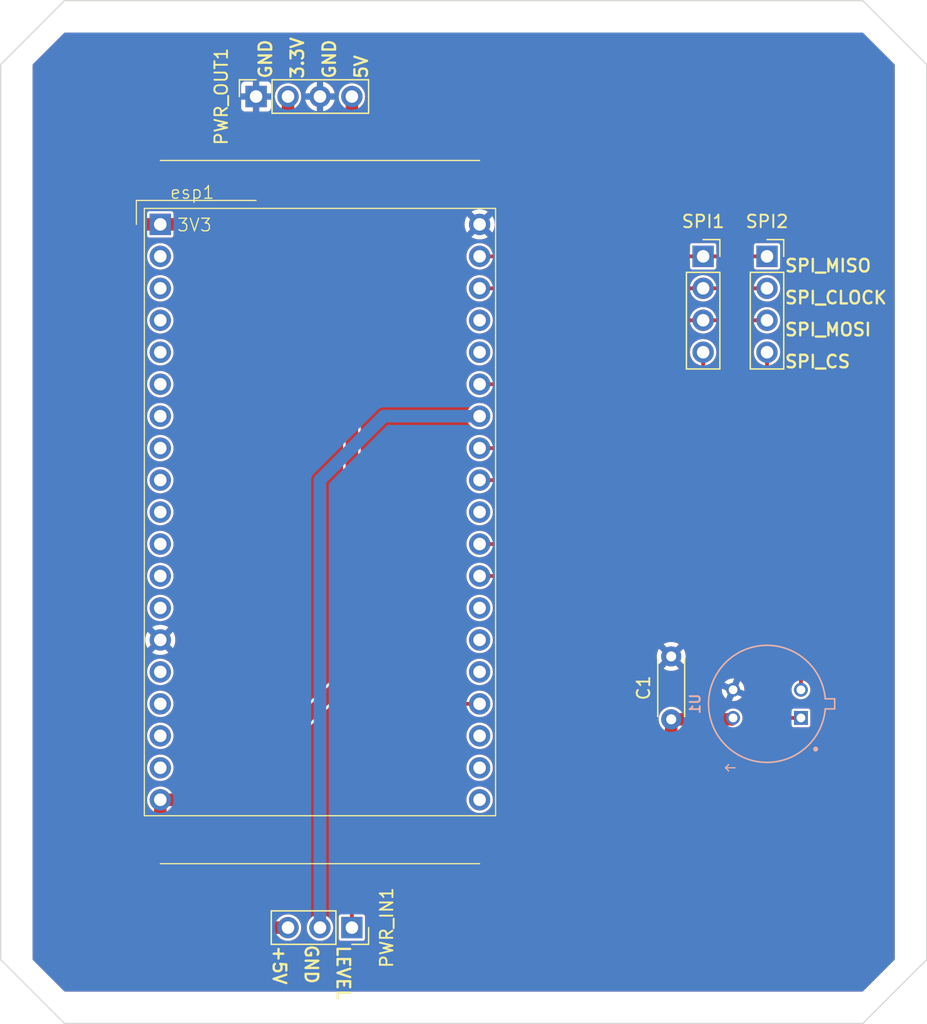
<source format=kicad_pcb>
(kicad_pcb (version 20221018) (generator pcbnew)
  (layers (0 "F.Cu" signal) (31 "B.Cu" signal) (34 "B.Paste" user) (35 "F.Paste" user) (36 "B.SilkS" user "B.Silkscreen") (37 "F.SilkS" user "F.Silkscreen") (38 "B.Mask" user) (39 "F.Mask" user) (44 "Edge.Cuts" user))
  (net 0 "")
  (net 1 "+3.3V")
  (net 2 "MLX_SCL")
  (net 3 "MLX_SDA")
  (net 4 "BatteryLevel")
  (net 5 "GND1")
  (net 6 "+5V")
  (net 30 "SPI_MISO")
  (net 31 "SPI_MOSI")
  (net 32 "SPI_CLOCK")
  (net 33 "SPI_CS2")
  (net 34 "SPI_CS1")
  (net 36 "GND")
  (footprint "Connector_PinSocket_2.54mm:PinSocket_1x04_P2.54mm_Vertical" (layer "F.Cu") (at 134.62 53.34 90)
    (fp_text reference "PWR_OUT1" (at 0 -2.77 90) (layer "F.SilkS"))
    (fp_text value "PowerOut")
    (fp_line (start -1.33 1.27) (end -1.33 8.95) (stroke (width 0.12)) (layer "F.SilkS"))
    (fp_line (start -1.33 1.27) (end 1.33 1.27) (stroke (width 0.12)) (layer "F.SilkS"))
    (fp_line (start -1.33 8.95) (end 1.33 8.95) (stroke (width 0.12)) (layer "F.SilkS"))
    (fp_line (start 0 -1.33) (end 1.33 -1.33) (stroke (width 0.12)) (layer "F.SilkS"))
    (fp_line (start 1.33 -1.33) (end 1.33 0) (stroke (width 0.12)) (layer "F.SilkS"))
    (fp_line (start 1.33 1.27) (end 1.33 8.95) (stroke (width 0.12)) (layer "F.SilkS"))
    (pad "1" thru_hole rect (at 0 0 90) (size 1.7 1.7) (drill 1) (layers "*.Cu" "*.Mask") (net 36 "GND"))
    (pad "2" thru_hole oval (at 0 2.54 90) (size 1.7 1.7) (drill 1) (layers "*.Cu" "*.Mask") (net 1 "+3.3V"))
    (pad "3" thru_hole oval (at 0 5.08 90) (size 1.7 1.7) (drill 1) (layers "*.Cu" "*.Mask") (net 36 "GND"))
    (pad "4" thru_hole oval (at 0 7.62 90) (size 1.7 1.7) (drill 1) (layers "*.Cu" "*.Mask") (net 6 "+5V"))
  )
  (footprint "Connector_PinSocket_2.54mm:PinSocket_1x04_P2.54mm_Vertical" (layer "F.Cu") (at 170.18 66.04)
    (fp_text reference "SPI1" (at 0 -2.77) (layer "F.SilkS"))
    (fp_text value "SPI1")
    (fp_line (start -1.33 1.27) (end -1.33 8.95) (stroke (width 0.12)) (layer "F.SilkS"))
    (fp_line (start -1.33 1.27) (end 1.33 1.27) (stroke (width 0.12)) (layer "F.SilkS"))
    (fp_line (start -1.33 8.95) (end 1.33 8.95) (stroke (width 0.12)) (layer "F.SilkS"))
    (fp_line (start 0 -1.33) (end 1.33 -1.33) (stroke (width 0.12)) (layer "F.SilkS"))
    (fp_line (start 1.33 -1.33) (end 1.33 0) (stroke (width 0.12)) (layer "F.SilkS"))
    (fp_line (start 1.33 1.27) (end 1.33 8.95) (stroke (width 0.12)) (layer "F.SilkS"))
    (pad "1" thru_hole rect (at 0 0) (size 1.7 1.7) (drill 1) (layers "*.Cu" "*.Mask") (net 30 "SPI_MISO"))
    (pad "2" thru_hole oval (at 0 2.54) (size 1.7 1.7) (drill 1) (layers "*.Cu" "*.Mask") (net 32 "SPI_CLOCK"))
    (pad "3" thru_hole oval (at 0 5.08) (size 1.7 1.7) (drill 1) (layers "*.Cu" "*.Mask") (net 31 "SPI_MOSI"))
    (pad "4" thru_hole oval (at 0 7.62) (size 1.7 1.7) (drill 1) (layers "*.Cu" "*.Mask") (net 34 "SPI_CS1"))
  )
  (footprint "Connector_PinSocket_2.54mm:PinSocket_1x04_P2.54mm_Vertical" (layer "F.Cu") (at 175.26 66.04)
    (fp_text reference "SPI2" (at 0 -2.77) (layer "F.SilkS"))
    (fp_text value "SPI2")
    (fp_line (start -1.33 1.27) (end -1.33 8.95) (stroke (width 0.12)) (layer "F.SilkS"))
    (fp_line (start -1.33 1.27) (end 1.33 1.27) (stroke (width 0.12)) (layer "F.SilkS"))
    (fp_line (start -1.33 8.95) (end 1.33 8.95) (stroke (width 0.12)) (layer "F.SilkS"))
    (fp_line (start 0 -1.33) (end 1.33 -1.33) (stroke (width 0.12)) (layer "F.SilkS"))
    (fp_line (start 1.33 -1.33) (end 1.33 0) (stroke (width 0.12)) (layer "F.SilkS"))
    (fp_line (start 1.33 1.27) (end 1.33 8.95) (stroke (width 0.12)) (layer "F.SilkS"))
    (pad "1" thru_hole rect (at 0 0) (size 1.7 1.7) (drill 1) (layers "*.Cu" "*.Mask") (net 30 "SPI_MISO"))
    (pad "2" thru_hole oval (at 0 2.54) (size 1.7 1.7) (drill 1) (layers "*.Cu" "*.Mask") (net 32 "SPI_CLOCK"))
    (pad "3" thru_hole oval (at 0 5.08) (size 1.7 1.7) (drill 1) (layers "*.Cu" "*.Mask") (net 31 "SPI_MOSI"))
    (pad "4" thru_hole oval (at 0 7.62) (size 1.7 1.7) (drill 1) (layers "*.Cu" "*.Mask") (net 33 "SPI_CS2"))
  )
  (footprint "Library:AZdelivery_nodemcu_esp32" (layer "F.Cu") (at 139.7 83.82)
    (fp_text reference "esp1" (at -10.16 -22.86 unlocked) (layer "F.SilkS") (effects (font (thickness 0.1))))
    (fp_text value "~")
    (fp_text user "3V3" (at -11.43 -19.685 unlocked) (layer "F.SilkS") (effects (font (thickness 0.1)) (justify left bottom)))
    (fp_line (start -14.605 -22.225) (end -14.605 -20.32) (stroke (width 0.1)) (layer "F.SilkS"))
    (fp_line (start -13.97 -21.59) (end -13.97 26.67) (stroke (width 0.1)) (layer "F.SilkS"))
    (fp_line (start -13.97 26.67) (end 13.97 26.67) (stroke (width 0.1)) (layer "F.SilkS"))
    (fp_line (start -5.08 -22.225) (end -14.605 -22.225) (stroke (width 0.1)) (layer "F.SilkS"))
    (fp_line (start 12.7 -25.4) (end -12.7 -25.4) (stroke (width 0.1)) (layer "F.SilkS"))
    (fp_line (start 12.7 30.48) (end -12.7 30.48) (stroke (width 0.1)) (layer "F.SilkS"))
    (fp_line (start 13.97 -21.59) (end -13.97 -21.59) (stroke (width 0.1)) (layer "F.SilkS"))
    (fp_line (start 13.97 26.67) (end 13.97 -21.59) (stroke (width 0.1)) (layer "F.SilkS"))
    (pad "1" thru_hole rect (at -12.7 -20.32) (size 1.7 1.7) (drill 1) (layers "*.Cu" "*.Mask") (net 1 "+3.3V"))
    (pad "2" thru_hole circle (at -12.7 -17.78) (size 1.7 1.7) (drill 1) (layers "*.Cu" "*.Mask"))
    (pad "3" thru_hole circle (at -12.7 -15.24) (size 1.7 1.7) (drill 1) (layers "*.Cu" "*.Mask"))
    (pad "4" thru_hole circle (at -12.7 -12.7) (size 1.7 1.7) (drill 1) (layers "*.Cu" "*.Mask"))
    (pad "5" thru_hole circle (at -12.7 -10.16) (size 1.7 1.7) (drill 1) (layers "*.Cu" "*.Mask"))
    (pad "6" thru_hole circle (at -12.7 -7.62) (size 1.7 1.7) (drill 1) (layers "*.Cu" "*.Mask"))
    (pad "7" thru_hole circle (at -12.7 -5.08) (size 1.7 1.7) (drill 1) (layers "*.Cu" "*.Mask"))
    (pad "8" thru_hole circle (at -12.7 -2.54) (size 1.7 1.7) (drill 1) (layers "*.Cu" "*.Mask"))
    (pad "9" thru_hole circle (at -12.7 0) (size 1.7 1.7) (drill 1) (layers "*.Cu" "*.Mask"))
    (pad "10" thru_hole circle (at -12.7 2.54) (size 1.7 1.7) (drill 1) (layers "*.Cu" "*.Mask"))
    (pad "11" thru_hole circle (at -12.7 5.08) (size 1.7 1.7) (drill 1) (layers "*.Cu" "*.Mask"))
    (pad "12" thru_hole circle (at -12.7 7.62) (size 1.7 1.7) (drill 1) (layers "*.Cu" "*.Mask"))
    (pad "13" thru_hole circle (at -12.7 10.16) (size 1.7 1.7) (drill 1) (layers "*.Cu" "*.Mask"))
    (pad "14" thru_hole circle (at -12.7 12.7) (size 1.7 1.7) (drill 1) (layers "*.Cu" "*.Mask") (net 36 "GND"))
    (pad "15" thru_hole circle (at -12.7 15.24) (size 1.7 1.7) (drill 1) (layers "*.Cu" "*.Mask"))
    (pad "16" thru_hole circle (at -12.7 17.78) (size 1.7 1.7) (drill 1) (layers "*.Cu" "*.Mask"))
    (pad "17" thru_hole circle (at -12.7 20.32) (size 1.7 1.7) (drill 1) (layers "*.Cu" "*.Mask"))
    (pad "18" thru_hole circle (at -12.7 22.86) (size 1.7 1.7) (drill 1) (layers "*.Cu" "*.Mask"))
    (pad "19" thru_hole circle (at -12.7 25.4) (size 1.7 1.7) (drill 1) (layers "*.Cu" "*.Mask") (net 6 "+5V"))
    (pad "20" thru_hole circle (at 12.7 -20.32) (size 1.7 1.7) (drill 1) (layers "*.Cu" "*.Mask") (net 36 "GND"))
    (pad "21" thru_hole circle (at 12.7 -17.78) (size 1.7 1.7) (drill 1) (layers "*.Cu" "*.Mask") (net 30 "SPI_MISO"))
    (pad "22" thru_hole circle (at 12.7 -15.24) (size 1.7 1.7) (drill 1) (layers "*.Cu" "*.Mask") (net 32 "SPI_CLOCK"))
    (pad "23" thru_hole circle (at 12.7 -12.7) (size 1.7 1.7) (drill 1) (layers "*.Cu" "*.Mask"))
    (pad "24" thru_hole circle (at 12.7 -10.16) (size 1.7 1.7) (drill 1) (layers "*.Cu" "*.Mask"))
    (pad "25" thru_hole circle (at 12.7 -7.62) (size 1.7 1.7) (drill 1) (layers "*.Cu" "*.Mask") (net 31 "SPI_MOSI"))
    (pad "26" thru_hole circle (at 12.7 -5.08) (size 1.7 1.7) (drill 1) (layers "*.Cu" "*.Mask") (net 5 "GND1"))
    (pad "27" thru_hole circle (at 12.7 -2.54) (size 1.7 1.7) (drill 1) (layers "*.Cu" "*.Mask") (net 34 "SPI_CS1"))
    (pad "28" thru_hole circle (at 12.7 0) (size 1.7 1.7) (drill 1) (layers "*.Cu" "*.Mask") (net 33 "SPI_CS2"))
    (pad "29" thru_hole circle (at 12.7 2.54) (size 1.7 1.7) (drill 1) (layers "*.Cu" "*.Mask"))
    (pad "30" thru_hole circle (at 12.7 5.08) (size 1.7 1.7) (drill 1) (layers "*.Cu" "*.Mask") (net 3 "MLX_SDA"))
    (pad "31" thru_hole circle (at 12.7 7.62) (size 1.7 1.7) (drill 1) (layers "*.Cu" "*.Mask") (net 2 "MLX_SCL"))
    (pad "32" thru_hole circle (at 12.7 10.16) (size 1.7 1.7) (drill 1) (layers "*.Cu" "*.Mask"))
    (pad "33" thru_hole circle (at 12.7 12.7) (size 1.7 1.7) (drill 1) (layers "*.Cu" "*.Mask"))
    (pad "34" thru_hole circle (at 12.7 15.24) (size 1.7 1.7) (drill 1) (layers "*.Cu" "*.Mask"))
    (pad "35" thru_hole circle (at 12.7 17.78) (size 1.7 1.7) (drill 1) (layers "*.Cu" "*.Mask") (net 4 "BatteryLevel"))
    (pad "36" thru_hole circle (at 12.7 20.32) (size 1.7 1.7) (drill 1) (layers "*.Cu" "*.Mask"))
    (pad "37" thru_hole circle (at 12.7 22.86) (size 1.7 1.7) (drill 1) (layers "*.Cu" "*.Mask"))
    (pad "38" thru_hole circle (at 12.7 25.4) (size 1.7 1.7) (drill 1) (layers "*.Cu" "*.Mask"))
  )
  (footprint "Connector_PinSocket_2.54mm:PinSocket_1x03_P2.54mm_Vertical" (layer "F.Cu") (at 142.24 119.38 -90)
    (fp_text reference "PWR_IN1" (at 0 -2.77 -90) (layer "F.SilkS"))
    (fp_text value "Battery")
    (fp_line (start -1.33 1.27) (end -1.33 6.41) (stroke (width 0.12)) (layer "F.SilkS"))
    (fp_line (start -1.33 1.27) (end 1.33 1.27) (stroke (width 0.12)) (layer "F.SilkS"))
    (fp_line (start -1.33 6.41) (end 1.33 6.41) (stroke (width 0.12)) (layer "F.SilkS"))
    (fp_line (start 0 -1.33) (end 1.33 -1.33) (stroke (width 0.12)) (layer "F.SilkS"))
    (fp_line (start 1.33 -1.33) (end 1.33 0) (stroke (width 0.12)) (layer "F.SilkS"))
    (fp_line (start 1.33 1.27) (end 1.33 6.41) (stroke (width 0.12)) (layer "F.SilkS"))
    (pad "1" thru_hole rect (at 0 0 270) (size 1.7 1.7) (drill 1) (layers "*.Cu" "*.Mask") (net 4 "BatteryLevel"))
    (pad "2" thru_hole oval (at 0 2.54 270) (size 1.7 1.7) (drill 1) (layers "*.Cu" "*.Mask") (net 5 "GND1"))
    (pad "3" thru_hole oval (at 0 5.08 270) (size 1.7 1.7) (drill 1) (layers "*.Cu" "*.Mask") (net 6 "+5V"))
  )
  (footprint "Capacitor_THT:C_Disc_D4.3mm_W1.9mm_P5.00mm" (layer "F.Cu") (at 167.64 102.83 90)
    (fp_text reference "C1" (at 2.5 -2.2 90) (layer "F.SilkS"))
    (fp_text value "C_Polarized")
    (fp_line (start 0.23 -1.07) (end 0.23 -1.055) (stroke (width 0.12)) (layer "F.SilkS"))
    (fp_line (start 0.23 -1.07) (end 4.77 -1.07) (stroke (width 0.12)) (layer "F.SilkS"))
    (fp_line (start 0.23 1.055) (end 0.23 1.07) (stroke (width 0.12)) (layer "F.SilkS"))
    (fp_line (start 0.23 1.07) (end 4.77 1.07) (stroke (width 0.12)) (layer "F.SilkS"))
    (fp_line (start 4.77 -1.07) (end 4.77 -1.055) (stroke (width 0.12)) (layer "F.SilkS"))
    (fp_line (start 4.77 1.055) (end 4.77 1.07) (stroke (width 0.12)) (layer "F.SilkS"))
    (pad "1" thru_hole circle (at 0 0 90) (size 1.6 1.6) (drill 0.8) (layers "*.Cu" "*.Mask") (net 1 "+3.3V"))
    (pad "2" thru_hole circle (at 5 0 90) (size 1.6 1.6) (drill 0.8) (layers "*.Cu" "*.Mask") (net 36 "GND"))
  )
  (footprint "Library:TO292P930H600-4" (layer "B.Cu") (at 175.26 101.6 -90)
    (fp_text reference "U1" (at 0 5.715 90) (layer "B.SilkS") (effects (font (size 0.8 0.8)) (justify mirror)))
    (fp_text value "MLX90621ESF-BAB-000-SP")
    (fp_line (start -0.400003 -5.379993) (end 0.400001 -5.380002) (stroke (width 0.127)) (layer "B.SilkS"))
    (fp_line (start -0.400002 -4.6335) (end -0.400003 -5.379993) (stroke (width 0.127)) (layer "B.SilkS"))
    (fp_line (start 0.400001 -5.380002) (end 0.399996 -4.633496) (stroke (width 0.127)) (layer "B.SilkS"))
    (fp_line (start 4.826 3.048) (end 5.08 3.302) (stroke (width 0.1)) (layer "B.SilkS"))
    (fp_line (start 5.08 2.54) (end 5.08 3.302) (stroke (width 0.1)) (layer "B.SilkS"))
    (fp_line (start 5.08 3.302) (end 5.334 3.048) (stroke (width 0.1)) (layer "B.SilkS"))
    (fp_arc (start -4.649997 0.000007) (mid -3.426625 -3.143745) (end -0.400002 -4.6335) (stroke (width 0.127)) (layer "B.SilkS"))
    (fp_arc (start 0.000008 4.649997) (mid -3.288039 3.28805) (end -4.649997 0.000008) (stroke (width 0.127)) (layer "B.SilkS"))
    (fp_arc (start 0.399995 -4.633496) (mid 3.426522 -3.143664) (end 4.649997 -0.000008) (stroke (width 0.127)) (layer "B.SilkS"))
    (fp_arc (start 4.649997 -0.000008) (mid 3.28805 3.288039) (end 0.000008 4.649997) (stroke (width 0.127)) (layer "B.SilkS"))
    (fp_circle (center 3.592718 -3.869415) (end 3.50033 -3.831147) (stroke (width 0.2)) (fill none) (layer "B.SilkS"))
    (pad "1" thru_hole rect (at 1.117434 -2.697725 90) (size 1.1 1.1) (drill 0.7) (layers "*.Cu" "*.Mask") (net 2 "MLX_SCL"))
    (pad "2" thru_hole circle (at -1.117436 -2.697728 112.5) (size 1.1 1.1) (drill 0.7) (layers "*.Cu" "*.Mask") (net 3 "MLX_SDA"))
    (pad "3" thru_hole circle (at 1.117436 2.697728 112.5) (size 1.1 1.1) (drill 0.7) (layers "*.Cu" "*.Mask") (net 1 "+3.3V"))
    (pad "4" thru_hole circle (at -1.117434 2.697725 112.5) (size 1.1 1.1) (drill 0.7) (layers "*.Cu" "*.Mask") (net 36 "GND"))
  )
  (gr_line (start 187.96 121.92) (end 187.96 50.8) (stroke (width 0.1)) (layer "Edge.Cuts"))
  (gr_line (start 182.88 45.72) (end 119.38 45.72) (stroke (width 0.1)) (layer "Edge.Cuts"))
  (gr_line (start 182.88 127) (end 187.96 121.92) (stroke (width 0.1)) (layer "Edge.Cuts"))
  (gr_line (start 119.38 45.72) (end 114.3 50.8) (stroke (width 0.1)) (layer "Edge.Cuts"))
  (gr_line (start 119.38 127) (end 182.88 127) (stroke (width 0.1)) (layer "Edge.Cuts"))
  (gr_line (start 114.3 50.8) (end 114.3 121.92) (stroke (width 0.1)) (layer "Edge.Cuts"))
  (gr_line (start 114.3 121.92) (end 119.38 127) (stroke (width 0.1)) (layer "Edge.Cuts"))
  (gr_line (start 187.96 50.8) (end 182.88 45.72) (stroke (width 0.1)) (layer "Edge.Cuts"))
  (gr_text "SPI_CLOCK" (at 176.59 69.91) (layer "F.SilkS") (effects (font (size 1 1) (thickness 0.1875)) (justify left bottom)))
  (gr_text "SPI_CS" (at 176.59 74.99) (layer "F.SilkS") (effects (font (size 1 1) (thickness 0.1875)) (justify left bottom)))
  (gr_text "SPI_MISO" (at 176.59 67.37) (layer "F.SilkS") (effects (font (size 1 1) (thickness 0.1875)) (justify left bottom)))
  (gr_text "LEVEL" (at 140.97 120.71 -90) (layer "F.SilkS") (effects (font (size 1 1) (thickness 0.1875)) (justify left bottom)))
  (gr_text "GND" (at 135.95 52.01 90) (layer "F.SilkS") (effects (font (size 1 1) (thickness 0.1875) bold) (justify left bottom)))
  (gr_text "5V" (at 143.57 52.01 90) (layer "F.SilkS") (effects (font (size 1 1) (thickness 0.1875) bold) (justify left bottom)))
  (gr_text "+5V" (at 135.89 120.71 -90) (layer "F.SilkS") (effects (font (size 1 1) (thickness 0.1875)) (justify left bottom)))
  (gr_text "SPI_MOSI" (at 176.59 72.45) (layer "F.SilkS") (effects (font (size 1 1) (thickness 0.1875)) (justify left bottom)))
  (gr_text "GND" (at 138.43 120.65 -90) (layer "F.SilkS") (effects (font (size 1 1) (thickness 0.1875)) (justify left bottom)))
  (gr_text "3.3V" (at 138.49 52.01 90) (layer "F.SilkS") (effects (font (size 1 1) (thickness 0.1875) bold) (justify left bottom)))
  (gr_text "GND" (at 141.03 52.01 90) (layer "F.SilkS") (effects (font (size 1 1) (thickness 0.1875) bold) (justify left bottom)))
  (segment (start 134.62 63.5) (end 137.16 60.96) (width 1) (layer "F.Cu") (net 1))
  (segment (start 121.92 114.3) (end 130.81 123.19) (width 1) (layer "F.Cu") (net 1))
  (segment (start 127 63.5) (end 127 63.664934) (width 1) (layer "F.Cu") (net 1))
  (segment (start 167.64 114.3) (end 167.64 102.83) (width 1) (layer "F.Cu") (net 1))
  (segment (start 124.46 63.5) (end 121.92 66.04) (width 1) (layer "F.Cu") (net 1))
  (segment (start 130.81 123.19) (end 158.75 123.19) (width 1) (layer "F.Cu") (net 1))
  (segment (start 127 63.5) (end 132.08 63.5) (width 1) (layer "F.Cu") (net 1))
  (segment (start 137.16 60.96) (end 137.16 53.34) (width 1) (layer "F.Cu") (net 1))
  (segment (start 121.92 66.04) (end 121.92 114.3) (width 1) (layer "F.Cu") (net 1))
  (segment (start 167.64 102.83) (end 172.449708 102.83) (width 1) (layer "F.Cu") (net 1))
  (segment (start 132.08 63.5) (end 134.62 63.5) (width 1) (layer "F.Cu") (net 1))
  (segment (start 127 63.5) (end 124.46 63.5) (width 1) (layer "F.Cu") (net 1))
  (segment (start 158.75 123.19) (end 167.64 114.3) (width 1) (layer "F.Cu") (net 1))
  (segment (start 172.449708 102.83) (end 172.562272 102.717436) (width 1) (layer "F.Cu") (net 1))
  (segment (start 165.47 91.986896) (end 165.47 91.74) (width 0.3) (layer "F.Cu") (net 2))
  (segment (start 164.27 91.986875) (end 164.27 91.74) (width 0.3) (layer "F.Cu") (net 2))
  (segment (start 166.07 91.74) (end 166.07 91.986896) (width 0.3) (layer "F.Cu") (net 2))
  (segment (start 163.97 91.44) (end 161.536682 91.44) (width 0.3) (layer "F.Cu") (net 2))
  (segment (start 175.26 101.6) (end 175.26 95.25) (width 0.3) (layer "F.Cu") (net 2))
  (segment (start 165.47 91.74) (end 165.47 90.893104) (width 0.3) (layer "F.Cu") (net 2))
  (segment (start 161.536682 91.44) (end 152.4 91.44) (width 0.3) (layer "F.Cu") (net 2))
  (segment (start 177.957725 102.717434) (end 176.377434 102.717434) (width 0.3) (layer "F.Cu") (net 2))
  (segment (start 164.87 91.44) (end 164.87 91.986875) (width 0.3) (layer "F.Cu") (net 2))
  (segment (start 164.87 90.893104) (end 164.87 91.44) (width 0.3) (layer "F.Cu") (net 2))
  (segment (start 176.377434 102.717434) (end 175.26 101.6) (width 0.3) (layer "F.Cu") (net 2))
  (segment (start 171.45 91.44) (end 166.37 91.44) (width 0.3) (layer "F.Cu") (net 2))
  (segment (start 175.26 95.25) (end 171.45 91.44) (width 0.3) (layer "F.Cu") (net 2))
  (arc (start 164.87 91.986875) (mid 164.782132 92.199007) (end 164.57 92.286875) (width 0.3) (layer "F.Cu") (net 2))
  (arc (start 164.57 92.286875) (mid 164.357868 92.199007) (end 164.27 91.986875) (width 0.3) (layer "F.Cu") (net 2))
  (arc (start 166.37 91.44) (mid 166.157868 91.527868) (end 166.07 91.74) (width 0.3) (layer "F.Cu") (net 2))
  (arc (start 165.47 90.893104) (mid 165.382132 90.680972) (end 165.17 90.593104) (width 0.3) (layer "F.Cu") (net 2))
  (arc (start 165.17 90.593104) (mid 164.957868 90.680972) (end 164.87 90.893104) (width 0.3) (layer "F.Cu") (net 2))
  (arc (start 165.77 92.286896) (mid 165.557868 92.199028) (end 165.47 91.986896) (width 0.3) (layer "F.Cu") (net 2))
  (arc (start 164.27 91.74) (mid 164.182132 91.527868) (end 163.97 91.44) (width 0.3) (layer "F.Cu") (net 2))
  (arc (start 166.07 91.986896) (mid 165.982132 92.199028) (end 165.77 92.286896) (width 0.3) (layer "F.Cu") (net 2))
  (segment (start 177.957728 100.482564) (end 177.957728 94.137728) (width 0.3) (layer "F.Cu") (net 3))
  (segment (start 164.27 89.426324) (end 164.27 89.2) (width 0.3) (layer "F.Cu") (net 3))
  (segment (start 165.47 89.2) (end 165.47 88.373655) (width 0.3) (layer "F.Cu") (net 3))
  (segment (start 172.72 88.9) (end 166.37 88.9) (width 0.3) (layer "F.Cu") (net 3))
  (segment (start 163.97 88.9) (end 160.796634 88.9) (width 0.3) (layer "F.Cu") (net 3))
  (segment (start 177.957728 94.137728) (end 172.72 88.9) (width 0.3) (layer "F.Cu") (net 3))
  (segment (start 164.87 88.373655) (end 164.87 88.9) (width 0.3) (layer "F.Cu") (net 3))
  (segment (start 164.87 88.9) (end 164.87 89.426324) (width 0.3) (layer "F.Cu") (net 3))
  (segment (start 160.796634 88.9) (end 152.4 88.9) (width 0.3) (layer "F.Cu") (net 3))
  (segment (start 166.07 89.2) (end 166.07 89.426345) (width 0.3) (layer "F.Cu") (net 3))
  (segment (start 165.47 89.426345) (end 165.47 89.2) (width 0.3) (layer "F.Cu") (net 3))
  (arc (start 166.37 88.9) (mid 166.157868 88.987868) (end 166.07 89.2) (width 0.3) (layer "F.Cu") (net 3))
  (arc (start 166.07 89.426345) (mid 165.982132 89.638477) (end 165.77 89.726345) (width 0.3) (layer "F.Cu") (net 3))
  (arc (start 164.87 89.426324) (mid 164.782132 89.638456) (end 164.57 89.726324) (width 0.3) (layer "F.Cu") (net 3))
  (arc (start 165.47 88.373655) (mid 165.382132 88.161523) (end 165.17 88.073655) (width 0.3) (layer "F.Cu") (net 3))
  (arc (start 165.17 88.073655) (mid 164.957868 88.161523) (end 164.87 88.373655) (width 0.3) (layer "F.Cu") (net 3))
  (arc (start 165.77 89.726345) (mid 165.557868 89.638477) (end 165.47 89.426345) (width 0.3) (layer "F.Cu") (net 3))
  (arc (start 164.57 89.726324) (mid 164.357868 89.638456) (end 164.27 89.426324) (width 0.3) (layer "F.Cu") (net 3))
  (arc (start 164.27 89.2) (mid 164.182132 88.987868) (end 163.97 88.9) (width 0.3) (layer "F.Cu") (net 3))
  (segment (start 142.24 119.38) (end 142.24 105.41) (width 0.3) (layer "F.Cu") (net 4))
  (segment (start 142.24 105.41) (end 146.05 101.6) (width 0.3) (layer "F.Cu") (net 4))
  (segment (start 146.05 101.6) (end 152.4 101.6) (width 0.3) (layer "F.Cu") (net 4))
  (segment (start 139.7 83.82) (end 139.7 119.38) (width 1) (layer "B.Cu") (net 5))
  (segment (start 152.4 78.74) (end 144.78 78.74) (width 1) (layer "B.Cu") (net 5))
  (segment (start 144.78 78.74) (end 139.7 83.82) (width 1) (layer "B.Cu") (net 5))
  (segment (start 137.16 119.38) (end 132.08 119.38) (width 1) (layer "F.Cu") (net 6))
  (segment (start 127 109.22) (end 132.08 109.22) (width 1) (layer "F.Cu") (net 6))
  (segment (start 142.24 99.06) (end 142.24 53.34) (width 1) (layer "F.Cu") (net 6))
  (segment (start 132.08 119.38) (end 127 114.3) (width 1) (layer "F.Cu") (net 6))
  (segment (start 127 114.3) (end 127 109.22) (width 1) (layer "F.Cu") (net 6))
  (segment (start 132.08 109.22) (end 142.24 99.06) (width 1) (layer "F.Cu") (net 6))
  (segment (start 160.46 64.10215) (end 160.46 64.77) (width 0.3) (layer "F.Cu") (net 30))
  (segment (start 159.26 64.77) (end 159.26 65.437853) (width 0.3) (layer "F.Cu") (net 30))
  (segment (start 161.06 65.437851) (end 161.06 64.77) (width 0.3) (layer "F.Cu") (net 30))
  (segment (start 156.21 64.77) (end 154.94 66.04) (width 0.3) (layer "F.Cu") (net 30))
  (segment (start 175.26 66.04) (end 170.18 66.04) (width 0.3) (layer "F.Cu") (net 30))
  (segment (start 159.26 64.10215) (end 159.26 64.77) (width 0.3) (layer "F.Cu") (net 30))
  (segment (start 154.94 66.04) (end 152.4 66.04) (width 0.3) (layer "F.Cu") (net 30))
  (segment (start 159.86 64.77) (end 159.86 64.10215) (width 0.3) (layer "F.Cu") (net 30))
  (segment (start 162.26 64.47) (end 162.26 64.10215) (width 0.3) (layer "F.Cu") (net 30))
  (segment (start 161.06 64.77) (end 161.06 64.10215) (width 0.3) (layer "F.Cu") (net 30))
  (segment (start 159.86 65.437851) (end 159.86 64.77) (width 0.3) (layer "F.Cu") (net 30))
  (segment (start 158.66 64.77) (end 158.66 64.10215) (width 0.3) (layer "F.Cu") (net 30))
  (segment (start 157.46 65.437859) (end 157.46 65.07) (width 0.3) (layer "F.Cu") (net 30))
  (segment (start 160.46 64.77) (end 160.46 65.437851) (width 0.3) (layer "F.Cu") (net 30))
  (segment (start 165.1 66.04) (end 163.83 64.77) (width 0.3) (layer "F.Cu") (net 30))
  (segment (start 158.06 64.77) (end 158.06 65.437859) (width 0.3) (layer "F.Cu") (net 30))
  (segment (start 170.18 66.04) (end 165.1 66.04) (width 0.3) (layer "F.Cu") (net 30))
  (segment (start 163.83 64.77) (end 162.56 64.77) (width 0.3) (layer "F.Cu") (net 30))
  (segment (start 161.66 64.47) (end 161.66 65.437851) (width 0.3) (layer "F.Cu") (net 30))
  (segment (start 158.66 65.437853) (end 158.66 64.77) (width 0.3) (layer "F.Cu") (net 30))
  (segment (start 161.66 64.10215) (end 161.66 64.47) (width 0.3) (layer "F.Cu") (net 30))
  (segment (start 157.16 64.77) (end 156.21 64.77) (width 0.3) (layer "F.Cu") (net 30))
  (segment (start 158.06 64.10215) (end 158.06 64.77) (width 0.3) (layer "F.Cu") (net 30))
  (arc (start 160.76 63.80215) (mid 160.547868 63.890018) (end 160.46 64.10215) (width 0.3) (layer "F.Cu") (net 30))
  (arc (start 158.06 65.437859) (mid 157.972132 65.649991) (end 157.76 65.737859) (width 0.3) (layer "F.Cu") (net 30))
  (arc (start 161.36 65.737851) (mid 161.147868 65.649983) (end 161.06 65.437851) (width 0.3) (layer "F.Cu") (net 30))
  (arc (start 158.96 65.737853) (mid 158.747868 65.649985) (end 158.66 65.437853) (width 0.3) (layer "F.Cu") (net 30))
  (arc (start 160.46 65.437851) (mid 160.372132 65.649983) (end 160.16 65.737851) (width 0.3) (layer "F.Cu") (net 30))
  (arc (start 157.46 65.07) (mid 157.372132 64.857868) (end 157.16 64.77) (width 0.3) (layer "F.Cu") (net 30))
  (arc (start 162.56 64.77) (mid 162.347868 64.682132) (end 162.26 64.47) (width 0.3) (layer "F.Cu") (net 30))
  (arc (start 157.76 65.737859) (mid 157.547868 65.649991) (end 157.46 65.437859) (width 0.3) (layer "F.Cu") (net 30))
  (arc (start 159.56 63.80215) (mid 159.347868 63.890018) (end 159.26 64.10215) (width 0.3) (layer "F.Cu") (net 30))
  (arc (start 158.36 63.80215) (mid 158.147868 63.890018) (end 158.06 64.10215) (width 0.3) (layer "F.Cu") (net 30))
  (arc (start 159.26 65.437853) (mid 159.172132 65.649985) (end 158.96 65.737853) (width 0.3) (layer "F.Cu") (net 30))
  (arc (start 160.16 65.737851) (mid 159.947868 65.649983) (end 159.86 65.437851) (width 0.3) (layer "F.Cu") (net 30))
  (arc (start 159.86 64.10215) (mid 159.772132 63.890018) (end 159.56 63.80215) (width 0.3) (layer "F.Cu") (net 30))
  (arc (start 161.66 65.437851) (mid 161.572132 65.649983) (end 161.36 65.737851) (width 0.3) (layer "F.Cu") (net 30))
  (arc (start 158.66 64.10215) (mid 158.572132 63.890018) (end 158.36 63.80215) (width 0.3) (layer "F.Cu") (net 30))
  (arc (start 161.96 63.80215) (mid 161.747868 63.890018) (end 161.66 64.10215) (width 0.3) (layer "F.Cu") (net 30))
  (arc (start 162.26 64.10215) (mid 162.172132 63.890018) (end 161.96 63.80215) (width 0.3) (layer "F.Cu") (net 30))
  (arc (start 161.06 64.10215) (mid 160.972132 63.890018) (end 160.76 63.80215) (width 0.3) (layer "F.Cu") (net 30))
  (segment (start 155.24 75.9) (end 155.24 75.597905) (width 0.3) (layer "F.Cu") (net 31))
  (segment (start 161.29 76.2) (end 166.37 71.12) (width 0.3) (layer "F.Cu") (net 31))
  (segment (start 160.34 76.2) (end 161.29 76.2) (width 0.3) (layer "F.Cu") (net 31))
  (segment (start 156.44 76.802095) (end 156.44 76.2) (width 0.3) (layer "F.Cu") (net 31))
  (segment (start 156.44 76.2) (end 156.44 75.597905) (width 0.3) (layer "F.Cu") (net 31))
  (segment (start 157.04 75.597905) (end 157.04 76.2) (width 0.3) (layer "F.Cu") (net 31))
  (segment (start 159.44 76.2) (end 159.44 76.802095) (width 0.3) (layer "F.Cu") (net 31))
  (segment (start 157.64 76.2) (end 157.64 75.597905) (width 0.3) (layer "F.Cu") (net 31))
  (segment (start 175.26 71.12) (end 170.18 71.12) (width 0.3) (layer "F.Cu") (net 31))
  (segment (start 159.44 75.597926) (end 159.44 76.2) (width 0.3) (layer "F.Cu") (net 31))
  (segment (start 160.04 76.802095) (end 160.04 76.5) (width 0.3) (layer "F.Cu") (net 31))
  (segment (start 157.04 76.2) (end 157.04 76.802095) (width 0.3) (layer "F.Cu") (net 31))
  (segment (start 166.37 71.12) (end 170.18 71.12) (width 0.3) (layer "F.Cu") (net 31))
  (segment (start 155.84 75.597905) (end 155.84 75.9) (width 0.3) (layer "F.Cu") (net 31))
  (segment (start 152.4 76.2) (end 154.94 76.2) (width 0.3) (layer "F.Cu") (net 31))
  (segment (start 158.24 75.597905) (end 158.24 76.2) (width 0.3) (layer "F.Cu") (net 31))
  (segment (start 158.24 76.2) (end 158.24 76.802095) (width 0.3) (layer "F.Cu") (net 31))
  (segment (start 158.84 76.2) (end 158.84 75.597926) (width 0.3) (layer "F.Cu") (net 31))
  (segment (start 157.64 76.802095) (end 157.64 76.2) (width 0.3) (layer "F.Cu") (net 31))
  (segment (start 158.84 76.802095) (end 158.84 76.2) (width 0.3) (layer "F.Cu") (net 31))
  (segment (start 155.84 75.9) (end 155.84 76.802095) (width 0.3) (layer "F.Cu") (net 31))
  (arc (start 157.04 76.802095) (mid 157.127868 77.014227) (end 157.34 77.102095) (width 0.3) (layer "F.Cu") (net 31))
  (arc (start 154.94 76.2) (mid 155.152132 76.112132) (end 155.24 75.9) (width 0.3) (layer "F.Cu") (net 31))
  (arc (start 158.24 76.802095) (mid 158.327868 77.014227) (end 158.54 77.102095) (width 0.3) (layer "F.Cu") (net 31))
  (arc (start 157.34 77.102095) (mid 157.552132 77.014227) (end 157.64 76.802095) (width 0.3) (layer "F.Cu") (net 31))
  (arc (start 159.74 77.102095) (mid 159.952132 77.014227) (end 160.04 76.802095) (width 0.3) (layer "F.Cu") (net 31))
  (arc (start 155.24 75.597905) (mid 155.327868 75.385773) (end 155.54 75.297905) (width 0.3) (layer "F.Cu") (net 31))
  (arc (start 158.54 77.102095) (mid 158.752132 77.014227) (end 158.84 76.802095) (width 0.3) (layer "F.Cu") (net 31))
  (arc (start 159.44 76.802095) (mid 159.527868 77.014227) (end 159.74 77.102095) (width 0.3) (layer "F.Cu") (net 31))
  (arc (start 156.44 75.597905) (mid 156.527868 75.385773) (end 156.74 75.297905) (width 0.3) (layer "F.Cu") (net 31))
  (arc (start 159.14 75.297926) (mid 159.352132 75.385794) (end 159.44 75.597926) (width 0.3) (layer "F.Cu") (net 31))
  (arc (start 155.84 76.802095) (mid 155.927868 77.014227) (end 156.14 77.102095) (width 0.3) (layer "F.Cu") (net 31))
  (arc (start 158.84 75.597926) (mid 158.927868 75.385794) (end 159.14 75.297926) (width 0.3) (layer "F.Cu") (net 31))
  (arc (start 156.14 77.102095) (mid 156.352132 77.014227) (end 156.44 76.802095) (width 0.3) (layer "F.Cu") (net 31))
  (arc (start 157.94 75.297905) (mid 158.152132 75.385773) (end 158.24 75.597905) (width 0.3) (layer "F.Cu") (net 31))
  (arc (start 157.64 75.597905) (mid 157.727868 75.385773) (end 157.94 75.297905) (width 0.3) (layer "F.Cu") (net 31))
  (arc (start 160.04 76.5) (mid 160.127868 76.287868) (end 160.34 76.2) (width 0.3) (layer "F.Cu") (net 31))
  (arc (start 156.74 75.297905) (mid 156.952132 75.385773) (end 157.04 75.597905) (width 0.3) (layer "F.Cu") (net 31))
  (arc (start 155.54 75.297905) (mid 155.752132 75.385773) (end 155.84 75.597905) (width 0.3) (layer "F.Cu") (net 31))
  (segment (start 159.86 69.85) (end 159.86 69.18215) (width 0.3) (layer "F.Cu") (net 32))
  (segment (start 161.66 69.55) (end 161.66 70.517851) (width 0.3) (layer "F.Cu") (net 32))
  (segment (start 158.06 69.18215) (end 158.06 69.85) (width 0.3) (layer "F.Cu") (net 32))
  (segment (start 160.46 69.18215) (end 160.46 69.85) (width 0.3) (layer "F.Cu") (net 32))
  (segment (start 162.26 69.55) (end 162.26 69.18215) (width 0.3) (layer "F.Cu") (net 32))
  (segment (start 170.18 68.58) (end 165.1 68.58) (width 0.3) (layer "F.Cu") (net 32))
  (segment (start 159.26 69.18215) (end 159.26 69.85) (width 0.3) (layer "F.Cu") (net 32))
  (segment (start 175.26 68.58) (end 170.18 68.58) (width 0.3) (layer "F.Cu") (net 32))
  (segment (start 159.86 70.517851) (end 159.86 69.85) (width 0.3) (layer "F.Cu") (net 32))
  (segment (start 161.66 69.18215) (end 161.66 69.55) (width 0.3) (layer "F.Cu") (net 32))
  (segment (start 161.06 70.517851) (end 161.06 69.85) (width 0.3) (layer "F.Cu") (net 32))
  (segment (start 154.94 68.58) (end 152.4 68.58) (width 0.3) (layer "F.Cu") (net 32))
  (segment (start 158.06 69.85) (end 158.06 70.517859) (width 0.3) (layer "F.Cu") (net 32))
  (segment (start 160.46 69.85) (end 160.46 70.517851) (width 0.3) (layer "F.Cu") (net 32))
  (segment (start 165.1 68.58) (end 163.83 69.85) (width 0.3) (layer "F.Cu") (net 32))
  (segment (start 161.06 69.85) (end 161.06 69.18215) (width 0.3) (layer "F.Cu") (net 32))
  (segment (start 159.26 69.85) (end 159.26 70.517853) (width 0.3) (layer "F.Cu") (net 32))
  (segment (start 157.16 69.85) (end 156.21 69.85) (width 0.3) (layer "F.Cu") (net 32))
  (segment (start 163.83 69.85) (end 162.56 69.85) (width 0.3) (layer "F.Cu") (net 32))
  (segment (start 158.66 70.517853) (end 158.66 69.85) (width 0.3) (layer "F.Cu") (net 32))
  (segment (start 156.21 69.85) (end 154.94 68.58) (width 0.3) (layer "F.Cu") (net 32))
  (segment (start 158.66 69.85) (end 158.66 69.18215) (width 0.3) (layer "F.Cu") (net 32))
  (segment (start 157.46 70.517859) (end 157.46 70.15) (width 0.3) (layer "F.Cu") (net 32))
  (arc (start 157.76 70.817859) (mid 157.547868 70.729991) (end 157.46 70.517859) (width 0.3) (layer "F.Cu") (net 32))
  (arc (start 157.46 70.15) (mid 157.372132 69.937868) (end 157.16 69.85) (width 0.3) (layer "F.Cu") (net 32))
  (arc (start 159.56 68.88215) (mid 159.347868 68.970018) (end 159.26 69.18215) (width 0.3) (layer "F.Cu") (net 32))
  (arc (start 159.26 70.517853) (mid 159.172132 70.729985) (end 158.96 70.817853) (width 0.3) (layer "F.Cu") (net 32))
  (arc (start 160.16 70.817851) (mid 159.947868 70.729983) (end 159.86 70.517851) (width 0.3) (layer "F.Cu") (net 32))
  (arc (start 158.96 70.817853) (mid 158.747868 70.729985) (end 158.66 70.517853) (width 0.3) (layer "F.Cu") (net 32))
  (arc (start 161.66 70.517851) (mid 161.572132 70.729983) (end 161.36 70.817851) (width 0.3) (layer "F.Cu") (net 32))
  (arc (start 161.96 68.88215) (mid 161.747868 68.970018) (end 161.66 69.18215) (width 0.3) (layer "F.Cu") (net 32))
  (arc (start 158.66 69.18215) (mid 158.572132 68.970018) (end 158.36 68.88215) (width 0.3) (layer "F.Cu") (net 32))
  (arc (start 160.76 68.88215) (mid 160.547868 68.970018) (end 160.46 69.18215) (width 0.3) (layer "F.Cu") (net 32))
  (arc (start 160.46 70.517851) (mid 160.372132 70.729983) (end 160.16 70.817851) (width 0.3) (layer "F.Cu") (net 32))
  (arc (start 158.36 68.88215) (mid 158.147868 68.970018) (end 158.06 69.18215) (width 0.3) (layer "F.Cu") (net 32))
  (arc (start 161.36 70.817851) (mid 161.147868 70.729983) (end 161.06 70.517851) (width 0.3) (layer "F.Cu") (net 32))
  (arc (start 161.06 69.18215) (mid 160.972132 68.970018) (end 160.76 68.88215) (width 0.3) (layer "F.Cu") (net 32))
  (arc (start 162.56 69.85) (mid 162.347868 69.762132) (end 162.26 69.55) (width 0.3) (layer "F.Cu") (net 32))
  (arc (start 158.06 70.517859) (mid 157.972132 70.729991) (end 157.76 70.817859) (width 0.3) (layer "F.Cu") (net 32))
  (arc (start 162.26 69.18215) (mid 162.172132 68.970018) (end 161.96 68.88215) (width 0.3) (layer "F.Cu") (net 32))
  (arc (start 159.86 69.18215) (mid 159.772132 68.970018) (end 159.56 68.88215) (width 0.3) (layer "F.Cu") (net 32))
  (segment (start 160.39 83.437915) (end 160.39 83.52) (width 0.3) (layer "F.Cu") (net 33))
  (segment (start 159.79 84.202085) (end 159.79 84.12) (width 0.3) (layer "F.Cu") (net 33))
  (segment (start 159.49 83.82) (end 154.765653 83.82) (width 0.3) (layer "F.Cu") (net 33))
  (segment (start 175.26 73.66) (end 175.26 78.74) (width 0.3) (layer "F.Cu") (net 33))
  (segment (start 154.765653 83.82) (end 152.4 83.82) (width 0.3) (layer "F.Cu") (net 33))
  (segment (start 170.18 83.82) (end 161.29 83.82) (width 0.3) (layer "F.Cu") (net 33))
  (segment (start 160.39 83.52) (end 160.39 84.202085) (width 0.3) (layer "F.Cu") (net 33))
  (segment (start 175.26 78.74) (end 170.18 83.82) (width 0.3) (layer "F.Cu") (net 33))
  (segment (start 160.99 83.52) (end 160.99 83.437915) (width 0.3) (layer "F.Cu") (net 33))
  (arc (start 160.99 83.437915) (mid 160.902132 83.225783) (end 160.69 83.137915) (width 0.3) (layer "F.Cu") (net 33))
  (arc (start 159.79 84.12) (mid 159.702132 83.907868) (end 159.49 83.82) (width 0.3) (layer "F.Cu") (net 33))
  (arc (start 160.69 83.137915) (mid 160.477868 83.225783) (end 160.39 83.437915) (width 0.3) (layer "F.Cu") (net 33))
  (arc (start 160.39 84.202085) (mid 160.302132 84.414217) (end 160.09 84.502085) (width 0.3) (layer "F.Cu") (net 33))
  (arc (start 160.09 84.502085) (mid 159.877868 84.414217) (end 159.79 84.202085) (width 0.3) (layer "F.Cu") (net 33))
  (arc (start 161.29 83.82) (mid 161.077868 83.732132) (end 160.99 83.52) (width 0.3) (layer "F.Cu") (net 33))
  (segment (start 159.19 81.28) (end 159.19 81.866202) (width 0.3) (layer "F.Cu") (net 34))
  (segment (start 166.37 81.28) (end 161.29 81.28) (width 0.3) (layer "F.Cu") (net 34))
  (segment (start 160.99 80.98) (end 160.99 80.693777) (width 0.3) (layer "F.Cu") (net 34))
  (segment (start 170.18 73.66) (end 170.18 77.47) (width 0.3) (layer "F.Cu") (net 34))
  (segment (start 154.198282 81.28) (end 152.4 81.28) (width 0.3) (layer "F.Cu") (net 34))
  (segment (start 157.09 81.28) (end 154.198282 81.28) (width 0.3) (layer "F.Cu") (net 34))
  (segment (start 157.99 80.693798) (end 157.99 81.28) (width 0.3) (layer "F.Cu") (net 34))
  (segment (start 157.39 81.866223) (end 157.39 81.58) (width 0.3) (layer "F.Cu") (net 34))
  (segment (start 159.79 81.866202) (end 159.79 81.28) (width 0.3) (layer "F.Cu") (net 34))
  (segment (start 170.18 77.47) (end 166.37 81.28) (width 0.3) (layer "F.Cu") (net 34))
  (segment (start 158.59 81.866202) (end 158.59 81.28) (width 0.3) (layer "F.Cu") (net 34))
  (segment (start 159.79 81.28) (end 159.79 80.693777) (width 0.3) (layer "F.Cu") (net 34))
  (segment (start 157.99 81.28) (end 157.99 81.866223) (width 0.3) (layer "F.Cu") (net 34))
  (segment (start 159.19 80.693777) (end 159.19 81.28) (width 0.3) (layer "F.Cu") (net 34))
  (segment (start 158.59 81.28) (end 158.59 80.693798) (width 0.3) (layer "F.Cu") (net 34))
  (segment (start 160.39 80.98) (end 160.39 81.866202) (width 0.3) (layer "F.Cu") (net 34))
  (segment (start 160.39 80.693777) (end 160.39 80.98) (width 0.3) (layer "F.Cu") (net 34))
  (arc (start 158.59 80.693798) (mid 158.502132 80.481666) (end 158.29 80.393798) (width 0.3) (layer "F.Cu") (net 34))
  (arc (start 158.89 82.166202) (mid 158.677868 82.078334) (end 158.59 81.866202) (width 0.3) (layer "F.Cu") (net 34))
  (arc (start 157.69 82.166223) (mid 157.477868 82.078355) (end 157.39 81.866223) (width 0.3) (layer "F.Cu") (net 34))
  (arc (start 160.69 80.393777) (mid 160.477868 80.481645) (end 160.39 80.693777) (width 0.3) (layer "F.Cu") (net 34))
  (arc (start 160.39 81.866202) (mid 160.302132 82.078334) (end 160.09 82.166202) (width 0.3) (layer "F.Cu") (net 34))
  (arc (start 160.09 82.166202) (mid 159.877868 82.078334) (end 159.79 81.866202) (width 0.3) (layer "F.Cu") (net 34))
  (arc (start 159.79 80.693777) (mid 159.702132 80.481645) (end 159.49 80.393777) (width 0.3) (layer "F.Cu") (net 34))
  (arc (start 160.99 80.693777) (mid 160.902132 80.481645) (end 160.69 80.393777) (width 0.3) (layer "F.Cu") (net 34))
  (arc (start 158.29 80.393798) (mid 158.077868 80.481666) (end 157.99 80.693798) (width 0.3) (layer "F.Cu") (net 34))
  (arc (start 159.19 81.866202) (mid 159.102132 82.078334) (end 158.89 82.166202) (width 0.3) (layer "F.Cu") (net 34))
  (arc (start 161.29 81.28) (mid 161.077868 81.192132) (end 160.99 80.98) (width 0.3) (layer "F.Cu") (net 34))
  (arc (start 157.99 81.866223) (mid 157.902132 82.078355) (end 157.69 82.166223) (width 0.3) (layer "F.Cu") (net 34))
  (arc (start 159.49 80.393777) (mid 159.277868 80.481645) (end 159.19 80.693777) (width 0.3) (layer "F.Cu") (net 34))
  (arc (start 157.39 81.58) (mid 157.302132 81.367868) (end 157.09 81.28) (width 0.3) (layer "F.Cu") (net 34))
  (zone (net 36) (net_name "GND") (layers "F&B.Cu") (connect_pads (clearance 0.2)) (min_thickness 0.2) (fill yes (thermal_gap 0.35) (thermal_bridge_width 0.5))
    (polygon (pts (xy 185.42 121.92) (xy 185.42 50.8) (xy 182.88 48.26) (xy 119.38 48.26) (xy 116.84 50.8) (xy 116.84 121.92) (xy 119.38 124.46) (xy 182.88 124.46)))
  )
)
</source>
